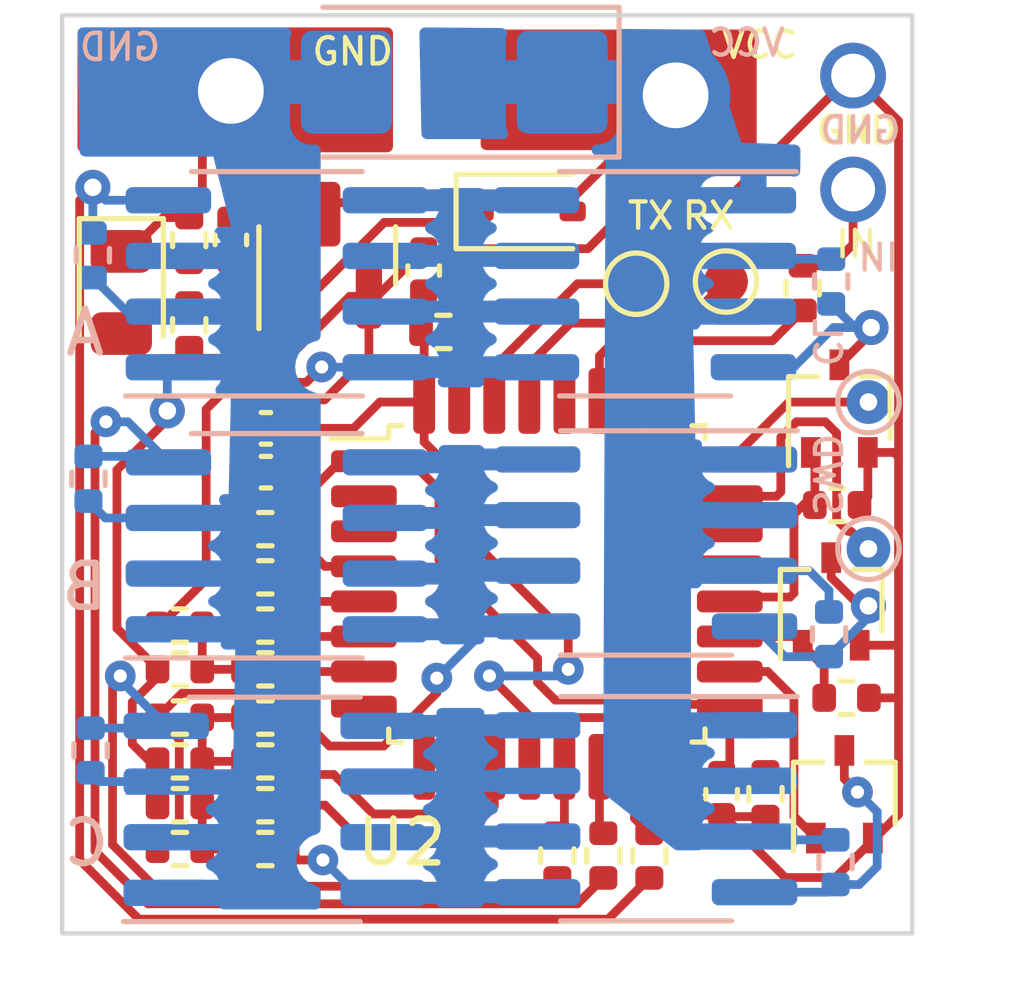
<source format=kicad_pcb>
(kicad_pcb (version 20221018) (generator pcbnew)
  (layers (0 "F.Cu" power) (31 "B.Cu" signal) (34 "B.Paste" user) (35 "F.Paste" user) (36 "B.SilkS" user "B.Silkscreen") (37 "F.SilkS" user "F.Silkscreen") (38 "B.Mask" user) (39 "F.Mask" user) (44 "Edge.Cuts" user))
  (net 0 "")
  (net 1 "VCC")
  (net 2 "GND")
  (net 3 "GNDD")
  (net 4 "+3.3V")
  (net 5 "Net-(D1-K)")
  (net 6 "Net-(D2-A)")
  (net 7 "/OUT_A1")
  (net 8 "Net-(Q1-D)")
  (net 9 "/OUT_B1")
  (net 10 "Net-(Q2-D)")
  (net 11 "/OUT_C1")
  (net 12 "Net-(Q3-D)")
  (net 13 "/Point_A")
  (net 14 "Net-(Q5-G)")
  (net 15 "/Point_B")
  (net 16 "Net-(Q7-G)")
  (net 17 "/Point_C")
  (net 18 "Net-(Q9-G)")
  (net 19 "/PIN_IN")
  (net 20 "Net-(U2-NRST)")
  (net 21 "/ADC_C")
  (net 22 "Net-(R10-Pad1)")
  (net 23 "/ADC_0")
  (net 24 "/ADC_B")
  (net 25 "Net-(R12-Pad1)")
  (net 26 "/ADC_A")
  (net 27 "Net-(R14-Pad1)")
  (net 28 "Net-(U2-BOOT0)")
  (net 29 "Net-(U2-VDDA)")
  (net 30 "/OUT_A0")
  (net 31 "/OUT_B0")
  (net 32 "/OUT_C0")
  (net 33 "/UART_RX")
  (net 34 "/UART_TX")
  (net 35 "/SYS_SWDIO")
  (net 36 "/SYS_SWCLK")
  (net 47 "/PB4")
  (footprint "Resistor_SMD:R_0402_1005Metric" (layer "F.Cu") (at 150.386396 68.35)
    (fp_text reference "R16" hide)
    (fp_text value "100")
  )
  (footprint "Resistor_SMD:R_0402_1005Metric" (layer "F.Cu") (at 163.436396 66.7 180)
    (fp_text reference "R19" hide)
    (fp_text value "10k")
  )
  (footprint "Resistor_SMD:R_0402_1005Metric" (layer "F.Cu") (at 161.8 73.3 90)
    (fp_text reference "R21" hide)
    (fp_text value "10k")
  )
  (footprint "Resistor_SMD:R_0402_1005Metric" (layer "F.Cu") (at 158.1 74.7 -90)
    (fp_text reference "R27" hide)
    (fp_text value "100")
  )
  (footprint "Resistor_SMD:R_0402_1005Metric" (layer "F.Cu") (at 157.05 74.7 -90)
    (fp_text reference "R30" hide)
    (fp_text value "100")
  )
  (footprint "Resistor_SMD:R_0402_1005Metric" (layer "F.Cu") (at 150.386396 72.55 180)
    (fp_text reference "R5" hide)
    (fp_text value "33k")
  )
  (footprint "TestPoint:TestPoint_Pad_D1.0mm" (layer "F.Cu") (at 158.85 61.65)
    (fp_text reference "TP4" hide)
    (fp_text value "TestPoint")
  )
  (footprint "Resistor_SMD:R_0402_1005Metric" (layer "F.Cu") (at 159.15 74.7 -90)
    (fp_text reference "R24" hide)
    (fp_text value "100")
  )
  (footprint "Package_TO_SOT_SMD:SOT-23" (layer "F.Cu") (at 151.8 61 90)
    (fp_text reference "U1" hide)
    (fp_text value "XC6206PxxxMR")
  )
  (footprint "Resistor_SMD:R_0402_1005Metric" (layer "F.Cu") (at 148.65 60.65 90)
    (fp_text reference "R18" hide)
    (fp_text value "0")
  )
  (footprint "Resistor_SMD:R_0402_1005Metric" (layer "F.Cu") (at 150.386396 73.55 180)
    (fp_text reference "R3" hide)
    (fp_text value "33k")
  )
  (footprint "Resistor_SMD:R_0402_1005Metric" (layer "F.Cu") (at 148.436396 69.45 180)
    (fp_text reference "R14" hide)
    (fp_text value "33k")
  )
  (footprint "Resistor_SMD:R_0402_1005Metric" (layer "F.Cu") (at 148.65 62.6 90)
    (fp_text reference "R17" hide)
    (fp_text value "10k")
  )
  (footprint "Resistor_SMD:R_0402_1005Metric" (layer "F.Cu") (at 148.436396 71.55)
    (fp_text reference "R6" hide)
    (fp_text value "33k")
  )
  (footprint "Resistor_SMD:R_0402_1005Metric" (layer "F.Cu") (at 148.436396 70.45 180)
    (fp_text reference "R15" hide)
    (fp_text value "12k")
  )
  (footprint "Capacitor_SMD:C_0402_1005Metric" (layer "F.Cu") (at 150.4 65.95 180)
    (fp_text reference "C4" hide)
    (fp_text value "0.1u")
  )
  (footprint "Resistor_SMD:R_0402_1005Metric" (layer "F.Cu") (at 162.65 61.75 90)
    (fp_text reference "R1" hide)
    (fp_text value "100")
  )
  (footprint "Resistor_SMD:R_0402_1005Metric" (layer "F.Cu") (at 150.386396 69.45 180)
    (fp_text reference "R7" hide)
    (fp_text value "33k")
  )
  (footprint "LED_SMD:LED_0805_2012Metric" (layer "F.Cu") (at 147.1 61.85 -90)
    (fp_text reference "D2" hide)
    (fp_text value "LED")
  )
  (footprint "Resistor_SMD:R_0402_1005Metric" (layer "F.Cu") (at 150.386396 67.25 180)
    (fp_text reference "R2" hide)
    (fp_text value "10k")
  )
  (footprint "Diode_SMD:D_SOD-323" (layer "F.Cu") (at 156.35 60)
    (fp_text reference "D1" hide)
    (fp_text value "BAT48JFILM")
  )
  (footprint "Capacitor_SMD:C_0402_1005Metric" (layer "F.Cu") (at 160.8 73.3 90)
    (fp_text reference "C2" hide)
    (fp_text value "0.1u")
  )
  (footprint "Package_TO_SOT_SMD:SOT-323_SC-70" (layer "F.Cu") (at 163.486396 64.5 90)
    (fp_text reference "Q1" hide)
    (fp_text value "BSS214NW")
  )
  (footprint "Package_TO_SOT_SMD:SOT-323_SC-70" (layer "F.Cu") (at 163.6 73.3 90)
    (fp_text reference "Q3" hide)
    (fp_text value "BSS214NW")
  )
  (footprint "Resistor_SMD:R_0402_1005Metric" (layer "F.Cu") (at 150.386396 74.55)
    (fp_text reference "R10" hide)
    (fp_text value "33k")
  )
  (footprint "Resistor_SMD:R_0402_1005Metric" (layer "F.Cu") (at 148.436396 72.55 180)
    (fp_text reference "R13" hide)
    (fp_text value "12k")
  )
  (footprint "Resistor_SMD:R_0402_1005Metric" (layer "F.Cu") (at 150.386396 71.55)
    (fp_text reference "R12" hide)
    (fp_text value "33k")
  )
  (footprint "Resistor_SMD:R_0402_1005Metric" (layer "F.Cu") (at 148.436396 74.55)
    (fp_text reference "R4" hide)
    (fp_text value "33k")
  )
  (footprint "Resistor_SMD:R_0402_1005Metric" (layer "F.Cu") (at 150.386396 70.45 180)
    (fp_text reference "R8" hide)
    (fp_text value "33k")
  )
  (footprint "Capacitor_SMD:C_0402_1005Metric" (layer "F.Cu") (at 149.6 60.65 -90)
    (fp_text reference "C3" hide)
    (fp_text value "0.1u")
  )
  (footprint "Resistor_SMD:R_0402_1005Metric" (layer "F.Cu") (at 148.436396 73.55 180)
    (fp_text reference "R11" hide)
    (fp_text value "12k")
  )
  (footprint "Resistor_SMD:R_0402_1005Metric" (layer "F.Cu") (at 163.65 71.1 180)
    (fp_text reference "R20" hide)
    (fp_text value "10k")
  )
  (footprint "Package_QFP:LQFP-32_7x7mm_P0.8mm" (layer "F.Cu") (at 156.811396 68.5)
    (fp_text reference "U2")
    (fp_text value "STM32F051K8Tx")
  )
  (footprint "TestPoint:TestPoint_Pad_D1.0mm" (layer "F.Cu") (at 160.9 61.6)
    (fp_text reference "TP3" hide)
    (fp_text value "TestPoint")
  )
  (footprint "Package_TO_SOT_SMD:SOT-323_SC-70" (layer "F.Cu") (at 163.3 68.9 90)
    (fp_text reference "Q2" hide)
    (fp_text value "BSS214NW")
  )
  (footprint "Resistor_SMD:R_0402_1005Metric" (layer "F.Cu") (at 154.45 62.75)
    (fp_text reference "R9" hide)
    (fp_text value "10k")
  )
  (footprint "Capacitor_SMD:C_0402_1005Metric" (layer "F.Cu") (at 154 61.35 -90)
    (fp_text reference "C5" hide)
    (fp_text value "0.1u")
  )
  (footprint "Capacitor_SMD:C_0402_1005Metric" (layer "F.Cu") (at 150.4 64.95 180)
    (fp_text reference "C6" hide)
    (fp_text value "0.1u")
  )
  (footprint "Resistor_SMD:R_0402_1005Metric" (layer "B.Cu") (at 163.3 61.6 90)
    (fp_text reference "R22" hide)
    (fp_text value "470")
  )
  (footprint "TestPoint:TestPoint_Pad_D1.0mm" (layer "B.Cu") (at 164.15 64.35 180)
    (fp_text reference "TP6" hide)
    (fp_text value "TestPoint")
  )
  (footprint "TestPoint:TestPoint_Pad_D1.0mm" (layer "B.Cu") (at 164.15 67.7 180)
    (fp_text reference "TP5" hide)
    (fp_text value "TestPoint")
  )
  (footprint "Resistor_SMD:R_0402_1005Metric" (layer "B.Cu") (at 163.4 74.85 90)
    (fp_text reference "R28" hide)
    (fp_text value "470")
  )
  (footprint "Resistor_SMD:R_0402_1005Metric" (layer "B.Cu") (at 146.35 66.1 90)
    (fp_text reference "R32" hide)
    (fp_text value "10k")
  )
  (footprint "Resistor_SMD:R_0402_1005Metric" (layer "B.Cu") (at 146.45 61 90)
    (fp_text reference "R31" hide)
    (fp_text value "10k")
  )
  (footprint "Package_SO:SOIC-8_3.9x4.9mm_P1.27mm" (layer "B.Cu") (at 159.075 67.565 180)
    (fp_text reference "Q6" hide)
    (fp_text value "AO4407A")
  )
  (footprint "Package_SO:SOIC-8_3.9x4.9mm_P1.27mm" (layer "B.Cu") (at 150.65 67.63)
    (fp_text reference "Q7" hide)
    (fp_text value "AO4406A")
  )
  (footprint "Package_SO:SOIC-8_3.9x4.9mm_P1.27mm" (layer "B.Cu") (at 150.65 61.65)
    (fp_text reference "Q5" hide)
    (fp_text value "AO4406A")
  )
  (footprint "Package_SO:SOIC-8_3.9x4.9mm_P1.27mm" (layer "B.Cu") (at 150.6 73.645)
    (fp_text reference "Q9" hide)
    (fp_text value "AO4406A")
  )
  (footprint "Package_SO:SOIC-8_3.9x4.9mm_P1.27mm" (layer "B.Cu") (at 159.05 61.65 180)
    (fp_text reference "Q4" hide)
    (fp_text value "AO4407A")
  )
  (footprint "Capacitor_Tantalum_SMD:CP_EIA-6032-28_Kemet-C" (layer "B.Cu") (at 154.7 57.05 180)
    (fp_text reference "C1" hide)
    (fp_text value "C_Polarized")
  )
  (footprint "Resistor_SMD:R_0402_1005Metric" (layer "B.Cu") (at 146.4 72.3 90)
    (fp_text reference "R33" hide)
    (fp_text value "10k")
  )
  (footprint "Resistor_SMD:R_0402_1005Metric" (layer "B.Cu") (at 163.25 69.65 90)
    (fp_text reference "R25" hide)
    (fp_text value "470")
  )
  (footprint "Package_SO:SOIC-8_3.9x4.9mm_P1.27mm" (layer "B.Cu") (at 159.075 73.63 180)
    (fp_text reference "Q8" hide)
    (fp_text value "AO4407A")
  )
  (gr_rect (start 145.75 55.525) (end 165.15 76.475) (stroke (width 0.1)) (fill none) (layer "Edge.Cuts"))
  (gr_text "VCC" (at 162.3 56.5) (layer "B.SilkS") (effects (font (size 0.6 0.6) (thickness 0.1) bold) (justify left bottom mirror)))
  (gr_text "C" (at 146.9 75) (layer "B.SilkS") (effects (font (size 1 1)) (justify left bottom mirror)))
  (gr_text "SWD" (at 162.85 67 -90) (layer "B.SilkS") (effects (font (size 0.6 0.6) (thickness 0.1) bold) (justify left bottom mirror)))
  (gr_text "CL" (at 162.85 63.6 270) (layer "B.SilkS") (effects (font (size 0.6 0.6) (thickness 0.1) bold) (justify left bottom mirror)))
  (gr_text "GND" (at 148.05 56.6) (layer "B.SilkS") (effects (font (size 0.6 0.6) (thickness 0.1) bold) (justify left bottom mirror)))
  (gr_text "A" (at 146.8 63.35) (layer "B.SilkS") (effects (font (size 1 1)) (justify left bottom mirror)))
  (gr_text "GND" (at 164.95 58.5) (layer "B.SilkS") (effects (font (size 0.6 0.6) (thickness 0.1) bold) (justify left bottom mirror)))
  (gr_text "B" (at 146.85 69.15) (layer "B.SilkS") (effects (font (size 1 1)) (justify left bottom mirror)))
  (gr_text "IN" (at 164.9 60.65 180) (layer "B.SilkS") (effects (font (size 0.6 0.6) (thickness 0.1) bold) (justify left bottom)))
  (gr_text "VCC" (at 160.75 56.55) (layer "F.SilkS") (effects (font (size 0.6 0.6) (thickness 0.1) bold) (justify left bottom)))
  (gr_text "IN" (at 163.35 61.1) (layer "F.SilkS") (effects (font (size 0.6 0.6) (thickness 0.1) bold) (justify left bottom)))
  (gr_text "GND" (at 162.9 58.5) (layer "F.SilkS") (effects (font (size 0.6 0.6) (thickness 0.1) bold) (justify left bottom)))
  (gr_text "TX" (at 158.6 60.45) (layer "F.SilkS") (effects (font (size 0.6 0.6) (thickness 0.1) bold) (justify left bottom)))
  (gr_text "GND" (at 151.4 56.7) (layer "F.SilkS") (effects (font (size 0.6 0.6) (thickness 0.1) bold) (justify left bottom)))
  (gr_text "RX" (at 159.85 60.45) (layer "F.SilkS") (effects (font (size 0.6 0.6) (thickness 0.1) bold) (justify left bottom)))
  (segment (start 157.4 59.7) (end 157.4 60) (width 0.2) (layer "F.Cu") (net 1))
  (segment (start 159.75 57.35) (end 157.4 59.7) (width 0.2) (layer "F.Cu") (net 1))
  (via (at 159.75 57.35) (size 2.5) (drill 1.5) (layers "F.Cu" "B.Cu") (net 1))
  (segment (start 163.25 68.65) (end 162.8 68.2) (width 0.2) (layer "B.Cu") (net 1))
  (segment (start 162.8 68.2) (end 161.55 68.2) (width 0.2) (layer "B.Cu") (net 1))
  (segment (start 163.3 61.09) (end 161.6 61.09) (width 0.2) (layer "B.Cu") (net 1))
  (segment (start 163.4 74.34) (end 161.625 74.34) (width 0.2) (layer "B.Cu") (net 1))
  (segment (start 161.625 74.34) (end 161.55 74.265) (width 0.2) (layer "B.Cu") (net 1))
  (segment (start 161.6 61.09) (end 161.525 61.015) (width 0.2) (layer "B.Cu") (net 1))
  (segment (start 163.25 69.14) (end 163.25 68.65) (width 0.2) (layer "B.Cu") (net 1))
  (segment (start 148.15 64.75) (end 148.15 64.55) (width 0.2) (layer "F.Cu") (net 2))
  (segment (start 147.926396 72.55) (end 147.75 72.55) (width 0.2) (layer "F.Cu") (net 2))
  (segment (start 147.1 60.9125) (end 147.2875 60.9125) (width 0.2) (layer "F.Cu") (net 2))
  (segment (start 147.35 72.15) (end 147.35 71.2) (width 0.2) (layer "F.Cu") (net 2))
  (segment (start 147.926396 70.438198) (end 147 69.511802) (width 0.2) (layer "F.Cu") (net 2))
  (segment (start 147 69.511802) (end 147 65.9) (width 0.2) (layer "F.Cu") (net 2))
  (segment (start 148.95 59.84) (end 148.65 60.14) (width 0.2) (layer "F.Cu") (net 2))
  (segment (start 149.6 57.25) (end 148.95 57.9) (width 0.2) (layer "F.Cu") (net 2))
  (segment (start 148.06 60.14) (end 148.65 60.14) (width 0.2) (layer "F.Cu") (net 2))
  (segment (start 147.2875 60.9125) (end 148.06 60.14) (width 0.2) (layer "F.Cu") (net 2))
  (segment (start 147.75 72.55) (end 147.35 72.15) (width 0.2) (layer "F.Cu") (net 2))
  (segment (start 147 65.9) (end 148.15 64.75) (width 0.2) (layer "F.Cu") (net 2))
  (segment (start 147.926396 70.623604) (end 147.926396 70.45) (width 0.2) (layer "F.Cu") (net 2))
  (segment (start 148.95 57.9) (end 148.95 59.84) (width 0.2) (layer "F.Cu") (net 2))
  (segment (start 147.35 71.2) (end 147.926396 70.623604) (width 0.2) (layer "F.Cu") (net 2))
  (segment (start 147.926396 70.45) (end 147.926396 70.438198) (width 0.2) (layer "F.Cu") (net 2))
  (segment (start 147.926396 72.55) (end 147.926396 73.55) (width 0.127) (layer "F.Cu") (net 2))
  (via (at 149.6 57.25) (size 2.5) (drill 1.5) (layers "F.Cu" "B.Cu") (net 2))
  (via (at 148.15 64.55) (size 0.8) (drill 0.4) (layers "F.Cu" "B.Cu") (net 2))
  (segment (start 148.125 73.01) (end 146.6 73.01) (width 0.2) (layer "B.Cu") (net 2))
  (segment (start 148.15 63.58) (end 148.175 63.555) (width 0.2) (layer "B.Cu") (net 2))
  (segment (start 146.45 61.51) (end 147.225 62.285) (width 0.2) (layer "B.Cu") (net 2))
  (segment (start 146.6 73.01) (end 146.4 72.81) (width 0.2) (layer "B.Cu") (net 2))
  (segment (start 148.175 66.995) (end 146.735 66.995) (width 0.2) (layer "B.Cu") (net 2))
  (segment (start 148.15 64.55) (end 148.15 63.58) (width 0.2) (layer "B.Cu") (net 2))
  (segment (start 146.735 66.995) (end 146.35 66.61) (width 0.2) (layer "B.Cu") (net 2))
  (segment (start 147.225 62.285) (end 148.175 62.285) (width 0.2) (layer "B.Cu") (net 2))
  (segment (start 159.611396 73.55) (end 159.611396 72.675) (width 0.2) (layer "F.Cu") (net 3))
  (segment (start 163.95 69.9) (end 164.836396 69.9) (width 0.2) (layer "F.Cu") (net 3))
  (segment (start 153.986396 64.35) (end 154.011396 64.325) (width 0.2) (layer "F.Cu") (net 3))
  (segment (start 154.65 60.25) (end 153.1 60.25) (width 0.2) (layer "F.Cu") (net 3))
  (segment (start 150.0425 61.13) (end 150.85 61.9375) (width 0.2) (layer "F.Cu") (net 3))
  (segment (start 159.841396 73.78) (end 159.611396 73.55) (width 0.2) (layer "F.Cu") (net 3))
  (segment (start 164.736396 65.5) (end 164.836396 65.6) (width 0.2) (layer "F.Cu") (net 3))
  (segment (start 162.25 75.2) (end 160.961396 73.911396) (width 0.2) (layer "F.Cu") (net 3))
  (segment (start 153 64.35) (end 153.986396 64.35) (width 0.2) (layer "F.Cu") (net 3))
  (segment (start 155.5 70.6) (end 156.45 71.55) (width 0.2) (layer "F.Cu") (net 3))
  (segment (start 148.65 61.16) (end 149.57 61.16) (width 0.2) (layer "F.Cu") (net 3))
  (segment (start 159.35 71.55) (end 159.611396 71.811396) (width 0.2) (layer "F.Cu") (net 3))
  (segment (start 163.8 56.9) (end 163.75 56.9) (width 0.2) (layer "F.Cu") (net 3))
  (segment (start 154.95 60.85) (end 154.65 60.55) (width 0.2) (layer "F.Cu") (net 3))
  (segment (start 160.961396 73.911396) (end 160.961396 73.78) (width 0.2) (layer "F.Cu") (net 3))
  (segment (start 154.011396 64.325) (end 154.011396 62.821396) (width 0.2) (layer "F.Cu") (net 3))
  (segment (start 163.946396 66.7) (end 164.136396 66.51) (width 0.2) (layer "F.Cu") (net 3))
  (segment (start 152.4 64.95) (end 153 64.35) (width 0.2) (layer "F.Cu") (net 3))
  (segment (start 163.4 75.2) (end 162.25 75.2) (width 0.2) (layer "F.Cu") (net 3))
  (segment (start 161.8 73.81) (end 160.83 73.81) (width 0.2) (layer "F.Cu") (net 3))
  (segment (start 149.6 61.13) (end 150.0425 61.13) (width 0.2) (layer "F.Cu") (net 3))
  (segment (start 154.65 61.18) (end 154 61.83) (width 0.2) (layer "F.Cu") (net 3))
  (segment (start 150.88 64.95) (end 152.4 64.95) (width 0.2) (layer "F.Cu") (net 3))
  (segment (start 164.836396 73.763604) (end 163.4 75.2) (width 0.2) (layer "F.Cu") (net 3))
  (segment (start 157.3 69.7) (end 154.8 67.2) (width 0.2) (layer "F.Cu") (net 3))
  (segment (start 164.836396 69.9) (end 164.836396 71.1) (width 0.2) (layer "F.Cu") (net 3))
  (segment (start 154.8 67.2) (end 154.8 66.05) (width 0.2) (layer "F.Cu") (net 3))
  (segment (start 154.011396 65.261396) (end 154.011396 64.325) (width 0.2) (layer "F.Cu") (net 3))
  (segment (start 154 61.83) (end 154 62.69) (width 0.2) (layer "F.Cu") (net 3))
  (segment (start 164.836396 71.1) (end 164.836396 73.763604) (width 0.2) (layer "F.Cu") (net 3))
  (segment (start 164.836396 65.6) (end 164.836396 69.9) (width 0.2) (layer "F.Cu") (net 3))
  (segment (start 164.136396 66.51) (end 164.136396 65.5) (width 0.2) (layer "F.Cu") (net 3))
  (segment (start 163.75 56.9) (end 160.8 59.85) (width 0.2) (layer "F.Cu") (net 3))
  (segment (start 149.57 61.16) (end 149.6 61.13) (width 0.2) (layer "F.Cu") (net 3))
  (segment (start 163.8 56.9) (end 164.836396 57.936396) (width 0.2) (layer "F.Cu") (net 3))
  (segment (start 159.611396 71.811396) (end 159.611396 72.675) (width 0.2) (layer "F.Cu") (net 3))
  (segment (start 154.65 60.55) (end 154.65 60.25) (width 0.2) (layer "F.Cu") (net 3))
  (segment (start 157.75 60.85) (end 154.95 60.85) (width 0.2) (layer "F.Cu") (net 3))
  (segment (start 153.1 60.25) (end 151.4125 61.9375) (width 0.2) (layer "F.Cu") (net 3))
  (segment (start 160.961396 73.78) (end 159.841396 73.78) (width 0.2) (layer "F.Cu") (net 3))
  (segment (start 164.836396 57.936396) (end 164.836396 65.6) (width 0.2) (layer "F.Cu") (net 3))
  (segment (start 156.45 71.55) (end 159.35 71.55) (width 0.2) (layer "F.Cu") (net 3))
  (segment (start 154.8 66.05) (end 154.011396 65.261396) (width 0.2) (layer "F.Cu") (net 3))
  (segment (start 158.75 59.85) (end 157.75 60.85) (width 0.2) (layer "F.Cu") (net 3))
  (segment (start 160.8 59.85) (end 158.75 59.85) (width 0.2) (layer "F.Cu") (net 3))
  (segment (start 154.65 60.25) (end 154.65 61.18) (width 0.2) (layer "F.Cu") (net 3))
  (segment (start 160.83 73.81) (end 160.8 73.78) (width 0.2) (layer "F.Cu") (net 3))
  (segment (start 154.011396 62.821396) (end 153.94 62.75) (width 0.2) (layer "F.Cu") (net 3))
  (segment (start 150.88 65.95) (end 150.88 64.95) (width 0.2) (layer "F.Cu") (net 3))
  (segment (start 151.4125 61.9375) (end 150.85 61.9375) (width 0.2) (layer "F.Cu") (net 3))
  (segment (start 164.136396 65.5) (end 164.736396 65.5) (width 0.2) (layer "F.Cu") (net 3))
  (segment (start 164.16 71.1) (end 164.836396 71.1) (width 0.2) (layer "F.Cu") (net 3))
  (segment (start 157.3 70.45) (end 157.3 69.7) (width 0.2) (layer "F.Cu") (net 3))
  (segment (start 154 62.69) (end 153.94 62.75) (width 0.2) (layer "F.Cu") (net 3))
  (via (at 155.5 70.6) (size 0.7) (drill 0.3) (layers "F.Cu" "B.Cu") (net 3))
  (via (at 157.3 70.45) (size 0.7) (drill 0.3) (layers "F.Cu" "B.Cu") (net 3))
  (via (at 163.8 56.9) (size 1.5) (drill 1) (layers "F.Cu" "B.Cu") (net 3))
  (segment (start 157.15 70.6) (end 155.5 70.6) (width 0.2) (layer "B.Cu") (net 3))
  (segment (start 157.3 70.45) (end 157.15 70.6) (width 0.2) (layer "B.Cu") (net 3))
  (segment (start 152.75 63.288898) (end 151.738898 64.3) (width 0.2) (layer "F.Cu") (net 4))
  (segment (start 152.1 65.7) (end 151.2 66.6) (width 0.2) (layer "F.Cu") (net 4))
  (segment (start 152.636396 65.7) (end 153.7 65.7) (width 0.2) (layer "F.Cu") (net 4))
  (segment (start 154.35 67.95) (end 156.6 70.2) (width 0.2) (layer "F.Cu") (net 4))
  (segment (start 151.2 66.6) (end 149.876396 66.6) (width 0.2) (layer "F.Cu") (net 4))
  (segment (start 152.75 61.9375) (end 152.9325 61.9375) (width 0.2) (layer "F.Cu") (net 4))
  (segment (start 149.876396 68.35) (end 149.876396 66.6) (width 0.2) (layer "F.Cu") (net 4))
  (segment (start 160.986396 71.3) (end 160.986396 73.05) (width 0.2) (layer "F.Cu") (net 4))
  (segment (start 149.876396 66.6) (end 149.876396 64.993604) (width 0.2) (layer "F.Cu") (net 4))
  (segment (start 156.6 70.75) (end 157 71.15) (width 0.2) (layer "F.Cu") (net 4))
  (segment (start 152.636396 65.7) (end 152.1 65.7) (width 0.2) (layer "F.Cu") (net 4))
  (segment (start 153.7 65.7) (end 154.35 66.35) (width 0.2) (layer "F.Cu") (net 4))
  (segment (start 149.876396 64.993604) (end 149.92 64.95) (width 0.2) (layer "F.Cu") (net 4))
  (segment (start 159.7 71.15) (end 159.8 71.25) (width 0.2) (layer "F.Cu") (net 4))
  (segment (start 156.6 70.2) (end 156.6 70.75) (width 0.2) (layer "F.Cu") (net 4))
  (segment (start 152.75 61.9375) (end 152.3125 61.9375) (width 0.2) (layer "F.Cu") (net 4))
  (segment (start 148.89 63.35) (end 148.65 63.11) (width 0.2) (layer "F.Cu") (net 4))
  (segment (start 160.936396 71.25) (end 160.986396 71.3) (width 0.2) (layer "F.Cu") (net 4))
  (segment (start 151.738898 64.3) (end 150.57 64.3) (width 0.2) (layer "F.Cu") (net 4))
  (segment (start 152.9325 61.9375) (end 154 60.87) (width 0.2) (layer "F.Cu") (net 4))
  (segment (start 150.57 64.3) (end 149.92 64.95) (width 0.2) (layer "F.Cu") (net 4))
  (segment (start 152.75 61.9375) (end 152.75 63.288898) (width 0.2) (layer "F.Cu") (net 4))
  (segment (start 157 71.15) (end 159.7 71.15) (width 0.2) (layer "F.Cu") (net 4))
  (segment (start 159.8 71.25) (end 160.936396 71.25) (width 0.2) (layer "F.Cu") (net 4))
  (segment (start 160.986396 73.05) (end 160.961396 73.075) (width 0.2) (layer "F.Cu") (net 4))
  (segment (start 154.35 66.35) (end 154.35 67.95) (width 0.2) (layer "F.Cu") (net 4))
  (segment (start 152.3125 61.9375) (end 150.9 63.35) (width 0.2) (layer "F.Cu") (net 4))
  (segment (start 150.9 63.35) (end 148.89 63.35) (width 0.2) (layer "F.Cu") (net 4))
  (segment (start 152.0625 59.8) (end 151.8 60.0625) (width 0.2) (layer "F.Cu") (net 5))
  (segment (start 149.7075 60.0625) (end 149.6 60.17) (width 0.2) (layer "F.Cu") (net 5))
  (segment (start 155.3 60) (end 155.1 59.8) (width 0.2) (layer "F.Cu") (net 5))
  (segment (start 155.1 59.8) (end 152.0625 59.8) (width 0.2) (layer "F.Cu") (net 5))
  (segment (start 151.8 60.0625) (end 149.7075 60.0625) (width 0.2) (layer "F.Cu") (net 5))
  (segment (start 147.7975 62.09) (end 147.1 62.7875) (width 0.2) (layer "F.Cu") (net 6))
  (segment (start 148.65 62.09) (end 147.7975 62.09) (width 0.2) (layer "F.Cu") (net 6))
  (segment (start 162.45 68.711396) (end 162.45 66.911396) (width 0.2) (layer "F.Cu") (net 7))
  (segment (start 162.45 66.911396) (end 162.811396 66.55) (width 0.2) (layer "F.Cu") (net 7))
  (segment (start 161.572792 68.9) (end 161.672792 68.8) (width 0.2) (layer "F.Cu") (net 7))
  (segment (start 162.361396 68.8) (end 162.45 68.711396) (width 0.2) (layer "F.Cu") (net 7))
  (segment (start 161.672792 68.8) (end 162.361396 68.8) (width 0.2) (layer "F.Cu") (net 7))
  (segment (start 162.926396 65.59) (end 162.836396 65.5) (width 0.2) (layer "F.Cu") (net 7))
  (segment (start 162.926396 66.7) (end 162.926396 65.59) (width 0.2) (layer "F.Cu") (net 7))
  (segment (start 160.986396 68.9) (end 161.572792 68.9) (width 0.2) (layer "F.Cu") (net 7))
  (segment (start 164.209896 62.7765) (end 163.486396 63.5) (width 0.2) (layer "F.Cu") (net 8))
  (segment (start 164.209896 62.65) (end 164.209896 62.7765) (width 0.2) (layer "F.Cu") (net 8))
  (via (at 164.209896 62.65) (size 0.8) (drill 0.4) (layers "F.Cu" "B.Cu") (net 8))
  (segment (start 163.35 62.65) (end 164.209896 62.65) (width 0.2) (layer "B.Cu") (net 8))
  (segment (start 161.525 63.555) (end 162.445 63.555) (width 0.2) (layer "B.Cu") (net 8))
  (segment (start 162.445 63.555) (end 163.35 62.65) (width 0.2) (layer "B.Cu") (net 8))
  (segment (start 164.209896 62.65) (end 163.84 62.65) (width 0.2) (layer "B.Cu") (net 8))
  (segment (start 163.84 62.65) (end 163.3 62.11) (width 0.2) (layer "B.Cu") (net 8))
  (segment (start 162.45 69.7) (end 162.65 69.9) (width 0.2) (layer "F.Cu") (net 9))
  (segment (start 163.14 70.39) (end 163.14 71.1) (width 0.2) (layer "F.Cu") (net 9))
  (segment (start 162.65 69.9) (end 163.14 70.39) (width 0.2) (layer "F.Cu") (net 9))
  (segment (start 160.986396 69.7) (end 162.45 69.7) (width 0.2) (layer "F.Cu") (net 9))
  (segment (start 163.3 67.9) (end 163.3 68.35) (width 0.2) (layer "F.Cu") (net 10))
  (segment (start 163.95 69) (end 164.15 69) (width 0.2) (layer "F.Cu") (net 10))
  (segment (start 163.3 68.35) (end 163.95 69) (width 0.2) (layer "F.Cu") (net 10))
  (via (at 164.15 69) (size 0.8) (drill 0.4) (layers "F.Cu" "B.Cu") (net 10))
  (segment (start 163.25 70.16) (end 162.24 70.16) (width 0.2) (layer "B.Cu") (net 10))
  (segment (start 164.15 69) (end 164.15 69.26) (width 0.2) (layer "B.Cu") (net 10))
  (segment (start 162.24 70.16) (end 161.55 69.47) (width 0.2) (layer "B.Cu") (net 10))
  (segment (start 164.15 69.26) (end 163.25 70.16) (width 0.2) (layer "B.Cu") (net 10))
  (segment (start 160.986396 70.5) (end 161.85 70.5) (width 0.2) (layer "F.Cu") (net 11))
  (segment (start 162.41 72.79) (end 162.45 72.75) (width 0.2) (layer "F.Cu") (net 11))
  (segment (start 161.8 72.79) (end 162.41 72.79) (width 0.2) (layer "F.Cu") (net 11))
  (segment (start 162.45 72.75) (end 162.45 73.8) (width 0.2) (layer "F.Cu") (net 11))
  (segment (start 162.45 71.1) (end 162.45 72.75) (width 0.2) (layer "F.Cu") (net 11))
  (segment (start 162.45 73.8) (end 162.95 74.3) (width 0.2) (layer "F.Cu") (net 11))
  (segment (start 161.85 70.5) (end 162.45 71.1) (width 0.2) (layer "F.Cu") (net 11))
  (segment (start 163.6 72.95) (end 163.6 72.3) (width 0.2) (layer "F.Cu") (net 12))
  (segment (start 163.9 73.25) (end 163.6 72.95) (width 0.2) (layer "F.Cu") (net 12))
  (via (at 163.9 73.25) (size 0.7) (drill 0.3) (layers "F.Cu" "B.Cu") (net 12))
  (segment (start 163.225 75.535) (end 163.4 75.36) (width 0.2) (layer "B.Cu") (net 12))
  (segment (start 161.55 75.535) (end 163.225 75.535) (width 0.2) (layer "B.Cu") (net 12))
  (segment (start 163.4 75.36) (end 163.94 75.36) (width 0.2) (layer "B.Cu") (net 12))
  (segment (start 163.94 75.36) (end 164.35 74.95) (width 0.2) (layer "B.Cu") (net 12))
  (segment (start 164.35 74.95) (end 164.35 73.7) (width 0.2) (layer "B.Cu") (net 12))
  (segment (start 164.35 73.7) (end 163.9 73.25) (width 0.2) (layer "B.Cu") (net 12))
  (segment (start 149.036396 64.513604) (end 149.65 63.9) (width 0.2) (layer "F.Cu") (net 13))
  (segment (start 147.926396 69.45) (end 147.986396 69.45) (width 0.2) (layer "F.Cu") (net 13))
  (segment (start 151.322896 63.9) (end 151.672896 63.55) (width 0.2) (layer "F.Cu") (net 13))
  (segment (start 149.65 63.9) (end 151.322896 63.9) (width 0.2) (layer "F.Cu") (net 13))
  (segment (start 147.986396 69.45) (end 149.036396 68.4) (width 0.2) (layer "F.Cu") (net 13))
  (segment (start 149.036396 68.4) (end 149.036396 64.513604) (width 0.2) (layer "F.Cu") (net 13))
  (via (at 151.672896 63.55) (size 0.7) (drill 0.3) (layers "F.Cu" "B.Cu") (net 13))
  (segment (start 151.672896 63.55) (end 151.677896 63.555) (width 0.2) (layer "B.Cu") (net 13))
  (segment (start 151.677896 63.555) (end 153.125 63.555) (width 0.2) (layer "B.Cu") (net 13))
  (segment (start 146.15 59.75) (end 146.15 74.8) (width 0.2) (layer "F.Cu") (net 14))
  (segment (start 146.45 59.45) (end 146.15 59.75) (width 0.2) (layer "F.Cu") (net 14))
  (segment (start 147.5 76.15) (end 158.21 76.15) (width 0.2) (layer "F.Cu") (net 14))
  (segment (start 146.15 74.8) (end 147.5 76.15) (width 0.2) (layer "F.Cu") (net 14))
  (segment (start 158.21 76.15) (end 159.15 75.21) (width 0.2) (layer "F.Cu") (net 14))
  (via (at 146.45 59.45) (size 0.8) (drill 0.4) (layers "F.Cu" "B.Cu") (net 14))
  (segment (start 146.745 59.745) (end 148.175 59.745) (width 0.2) (layer "B.Cu") (net 14))
  (segment (start 146.45 59.45) (end 146.45 60.49) (width 0.2) (layer "B.Cu") (net 14))
  (segment (start 146.45 59.45) (end 146.745 59.745) (width 0.2) (layer "B.Cu") (net 14))
  (segment (start 151.2 71.55) (end 150.896396 71.55) (width 0.2) (layer "F.Cu") (net 15))
  (segment (start 153.087437 72.2) (end 151.85 72.2) (width 0.2) (layer "F.Cu") (net 15))
  (segment (start 154.3 70.65) (end 154.3 70.987437) (width 0.2) (layer "F.Cu") (net 15))
  (segment (start 151.85 72.2) (end 151.2 71.55) (width 0.2) (layer "F.Cu") (net 15))
  (segment (start 154.3 70.987437) (end 153.087437 72.2) (width 0.2) (layer "F.Cu") (net 15))
  (via (at 154.3 70.65) (size 0.7) (drill 0.3) (layers "F.Cu" "B.Cu") (net 15))
  (segment (start 156.6 69.47) (end 156.535 69.535) (width 0.2) (layer "B.Cu") (net 15))
  (segment (start 154.3 70.65) (end 155.48 69.47) (width 0.2) (layer "B.Cu") (net 15))
  (segment (start 155.48 69.47) (end 156.6 69.47) (width 0.2) (layer "B.Cu") (net 15))
  (segment (start 146.5 74.593776) (end 147.706224 75.8) (width 0.2) (layer "F.Cu") (net 16))
  (segment (start 147.706224 75.8) (end 157.51 75.8) (width 0.2) (layer "F.Cu") (net 16))
  (segment (start 157.51 75.8) (end 158.1 75.21) (width 0.2) (layer "F.Cu") (net 16))
  (segment (start 146.75 64.8) (end 146.5 65.05) (width 0.2) (layer "F.Cu") (net 16))
  (segment (start 146.5 65.05) (end 146.5 74.593776) (width 0.2) (layer "F.Cu") (net 16))
  (via (at 146.75 64.8) (size 0.7) (drill 0.3) (layers "F.Cu" "B.Cu") (net 16))
  (segment (start 146.75 64.8) (end 147.25 64.8) (width 0.2) (layer "B.Cu") (net 16))
  (segment (start 146.35 65.59) (end 148.04 65.59) (width 0.2) (layer "B.Cu") (net 16))
  (segment (start 147.25 64.8) (end 148.175 65.725) (width 0.2) (layer "B.Cu") (net 16))
  (segment (start 148.04 65.59) (end 148.175 65.725) (width 0.2) (layer "B.Cu") (net 16))
  (segment (start 151.146396 74.8) (end 150.896396 74.55) (width 0.2) (layer "F.Cu") (net 17))
  (segment (start 151.7 74.8) (end 151.146396 74.8) (width 0.2) (layer "F.Cu") (net 17))
  (via (at 151.7 74.8) (size 0.7) (drill 0.3) (layers "F.Cu" "B.Cu") (net 17))
  (segment (start 152.45 75.55) (end 153.075 75.55) (width 0.2) (layer "B.Cu") (net 17))
  (segment (start 151.7 74.8) (end 152.45 75.55) (width 0.2) (layer "B.Cu") (net 17))
  (segment (start 147.0765 70.6) (end 146.9 70.7765) (width 0.2) (layer "F.Cu") (net 18))
  (segment (start 156.86 75.4) (end 157.05 75.21) (width 0.2) (layer "F.Cu") (net 18))
  (segment (start 146.9 70.7765) (end 146.9 74.45) (width 0.2) (layer "F.Cu") (net 18))
  (segment (start 146.9 74.45) (end 147.85 75.4) (width 0.2) (layer "F.Cu") (net 18))
  (segment (start 147.85 75.4) (end 156.86 75.4) (width 0.2) (layer "F.Cu") (net 18))
  (via (at 147.0765 70.6) (size 0.7) (drill 0.3) (layers "F.Cu" "B.Cu") (net 18))
  (segment (start 146.4 71.79) (end 148.075 71.79) (width 0.2) (layer "B.Cu") (net 18))
  (segment (start 148.075 71.79) (end 148.125 71.74) (width 0.2) (layer "B.Cu") (net 18))
  (segment (start 147.0765 70.6) (end 147.0765 70.6915) (width 0.2) (layer "B.Cu") (net 18))
  (segment (start 147.0765 70.6915) (end 148.125 71.74) (width 0.2) (layer "B.Cu") (net 18))
  (segment (start 163.8 60.75) (end 163.31 61.24) (width 0.2) (layer "F.Cu") (net 19))
  (segment (start 163.31 61.24) (end 162.65 61.24) (width 0.2) (layer "F.Cu") (net 19))
  (segment (start 163.8 59.5) (end 163.8 60.75) (width 0.2) (layer "F.Cu") (net 19))
  (via (at 163.8 59.5) (size 1.5) (drill 1) (layers "F.Cu" "B.Cu") (net 19))
  (segment (start 152.636396 68.1) (end 151.746396 68.1) (width 0.2) (layer "F.Cu") (net 20))
  (segment (start 151.746396 68.1) (end 150.896396 67.25) (width 0.2) (layer "F.Cu") (net 20))
  (segment (start 150.896396 73.55) (end 151.75 73.55) (width 0.2) (layer "F.Cu") (net 21))
  (segment (start 151.75 73.55) (end 152.45 74.25) (width 0.2) (layer "F.Cu") (net 21))
  (segment (start 155.611396 73.575) (end 155.611396 72.675) (width 0.2) (layer "F.Cu") (net 21))
  (segment (start 154.936396 74.25) (end 155.611396 73.575) (width 0.2) (layer "F.Cu") (net 21))
  (segment (start 152.45 74.25) (end 154.936396 74.25) (width 0.2) (layer "F.Cu") (net 21))
  (segment (start 148.946396 74.55) (end 149.876396 74.55) (width 0.2) (layer "F.Cu") (net 22))
  (segment (start 149.876396 73.55) (end 148.946396 73.55) (width 0.2) (layer "F.Cu") (net 22))
  (segment (start 149.876396 74.55) (end 149.876396 73.55) (width 0.2) (layer "F.Cu") (net 22))
  (segment (start 148.946396 73.55) (end 148.946396 74.55) (width 0.2) (layer "F.Cu") (net 22))
  (segment (start 150.349396 70.997) (end 150.896396 70.45) (width 0.2) (layer "F.Cu") (net 23))
  (segment (start 147.926396 71.55) (end 148.479396 70.997) (width 0.2) (layer "F.Cu") (net 23))
  (segment (start 147.926396 74.55) (end 148.423396 74.053) (width 0.2) (layer "F.Cu") (net 23))
  (segment (start 148.423396 74.053) (end 148.423396 72.047) (width 0.2) (layer "F.Cu") (net 23))
  (segment (start 152.636396 70.5) (end 150.946396 70.5) (width 0.2) (layer "F.Cu") (net 23))
  (segment (start 148.479396 70.997) (end 150.349396 70.997) (width 0.2) (layer "F.Cu") (net 23))
  (segment (start 148.423396 72.047) (end 147.926396 71.55) (width 0.2) (layer "F.Cu") (net 23))
  (segment (start 150.946396 70.5) (end 150.896396 70.45) (width 0.2) (layer "F.Cu") (net 23))
  (segment (start 152.85 73.75) (end 154.45 73.75) (width 0.2) (layer "F.Cu") (net 24))
  (segment (start 151.196396 72.85) (end 151.95 72.85) (width 0.2) (layer "F.Cu") (net 24))
  (segment (start 154.45 73.75) (end 154.811396 73.388604) (width 0.2) (layer "F.Cu") (net 24))
  (segment (start 154.811396 73.388604) (end 154.811396 72.675) (width 0.2) (layer "F.Cu") (net 24))
  (segment (start 151.95 72.85) (end 152.85 73.75) (width 0.2) (layer "F.Cu") (net 24))
  (segment (start 150.896396 72.55) (end 151.196396 72.85) (width 0.2) (layer "F.Cu") (net 24))
  (segment (start 148.946396 71.55) (end 149.876396 71.55) (width 0.2) (layer "F.Cu") (net 25))
  (segment (start 148.946396 72.55) (end 148.946396 71.55) (width 0.2) (layer "F.Cu") (net 25))
  (segment (start 149.876396 72.55) (end 148.946396 72.55) (width 0.2) (layer "F.Cu") (net 25))
  (segment (start 149.876396 71.55) (end 149.876396 72.55) (width 0.2) (layer "F.Cu") (net 25))
  (segment (start 151.146396 69.7) (end 150.896396 69.45) (width 0.2) (layer "F.Cu") (net 26))
  (segment (start 152.636396 69.7) (end 151.146396 69.7) (width 0.2) (layer "F.Cu") (net 26))
  (segment (start 148.946396 70.45) (end 148.946396 69.45) (width 0.2) (layer "F.Cu") (net 27))
  (segment (start 149.876396 70.45) (end 148.946396 70.45) (width 0.2) (layer "F.Cu") (net 27))
  (segment (start 148.946396 69.45) (end 149.876396 69.45) (width 0.2) (layer "F.Cu") (net 27))
  (segment (start 149.876396 69.45) (end 149.876396 70.45) (width 0.2) (layer "F.Cu") (net 27))
  (segment (start 154.811396 64.325) (end 154.811396 62.898604) (width 0.2) (layer "F.Cu") (net 28))
  (segment (start 154.811396 62.898604) (end 154.96 62.75) (width 0.2) (layer "F.Cu") (net 28))
  (segment (start 151.446396 68.9) (end 150.896396 68.35) (width 0.2) (layer "F.Cu") (net 29))
  (segment (start 152.636396 68.9) (end 151.446396 68.9) (width 0.2) (layer "F.Cu") (net 29))
  (segment (start 158.811396 73.851396) (end 159.15 74.19) (width 0.2) (layer "F.Cu") (net 30))
  (segment (start 158.811396 72.675) (end 158.811396 73.851396) (width 0.2) (layer "F.Cu") (net 30))
  (segment (start 158.011396 72.675) (end 158.011396 74.101396) (width 0.2) (layer "F.Cu") (net 31))
  (segment (start 158.011396 74.101396) (end 158.1 74.19) (width 0.2) (layer "F.Cu") (net 31))
  (segment (start 157.211396 72.675) (end 157.211396 74.028604) (width 0.2) (layer "F.Cu") (net 32))
  (segment (start 157.211396 74.028604) (end 157.05 74.19) (width 0.2) (layer "F.Cu") (net 32))
  (segment (start 159.95 62.55) (end 160.9 61.6) (width 0.2) (layer "F.Cu") (net 33))
  (segment (start 156.411396 64.325) (end 156.411396 63.488604) (width 0.2) (layer "F.Cu") (net 33))
  (segment (start 157.35 62.55) (end 159.95 62.55) (width 0.2) (layer "F.Cu") (net 33))
  (segment (start 156.411396 63.488604) (end 157.35 62.55) (width 0.2) (layer "F.Cu") (net 33))
  (segment (start 157.511396 61.65) (end 158.85 61.65) (width 0.2) (layer "F.Cu") (net 34))
  (segment (start 155.611396 64.325) (end 155.611396 63.55) (width 0.2) (layer "F.Cu") (net 34))
  (segment (start 155.611396 63.55) (end 157.511396 61.65) (width 0.2) (layer "F.Cu") (net 34))
  (segment (start 162.15 66.4) (end 162.05 66.5) (width 0.2) (layer "F.Cu") (net 35))
  (segment (start 164.15 67.7) (end 163.75 67.3) (width 0.2) (layer "F.Cu") (net 35))
  (segment (start 163.75 67.3) (end 163.688451 67.3) (width 0.2) (layer "F.Cu") (net 35))
  (segment (start 163.165396 64.8) (end 162.507396 64.8) (width 0.2) (layer "F.Cu") (net 35))
  (segment (start 163.688451 67.3) (end 163.423396 67.034945) (width 0.2) (layer "F.Cu") (net 35))
  (segment (start 162.15 65.157396) (end 162.15 66.4) (width 0.2) (layer "F.Cu") (net 35))
  (segment (start 163.423396 65.058) (end 163.165396 64.8) (width 0.2) (layer "F.Cu") (net 35))
  (segment (start 162.05 66.5) (end 160.986396 66.5) (width 0.2) (layer "F.Cu") (net 35))
  (segment (start 163.423396 67.034945) (end 163.423396 65.058) (width 0.2) (layer "F.Cu") (net 35))
  (segment (start 162.507396 64.8) (end 162.15 65.157396) (width 0.2) (layer "F.Cu") (net 35))
  (via (at 164.15 67.7) (size 0.8) (drill 0.4) (layers "F.Cu" "B.Cu") (net 35))
  (segment (start 162.336396 64.35) (end 160.986396 65.7) (width 0.2) (layer "F.Cu") (net 36))
  (segment (start 164.15 64.35) (end 162.336396 64.35) (width 0.2) (layer "F.Cu") (net 36))
  (via (at 164.15 64.35) (size 0.8) (drill 0.4) (layers "F.Cu" "B.Cu") (net 36))
  (segment (start 158.011396 64.325) (end 158.011396 63.3) (width 0.2) (layer "F.Cu") (net 47))
  (segment (start 161.96 62.95) (end 162.65 62.26) (width 0.2) (layer "F.Cu") (net 47))
  (segment (start 158.011396 63.3) (end 158.361396 62.95) (width 0.2) (layer "F.Cu") (net 47))
  (segment (start 158.361396 62.95) (end 161.96 62.95) (width 0.2) (layer "F.Cu") (net 47))
  (zone (net 1) (net_name "VCC") (layer "F.Cu") (priority 4) (connect_pads (clearance 0.25)) (min_thickness 0.25) (fill yes (thermal_gap 0.5) (thermal_bridge_width 0.5))
    (polygon (pts (xy 161.6 55.85) (xy 161.6 58.6) (xy 155.3 58.6) (xy 155.3 55.85)))
  )
  (zone (net 2) (net_name "GND") (layer "F.Cu") (priority 3) (connect_pads (clearance 0.25)) (min_thickness 0.25) (fill yes (thermal_gap 0.5) (thermal_bridge_width 0.5))
    (polygon (pts (xy 146.1 55.8) (xy 153.3 55.8) (xy 153.3 58.65) (xy 146.1 58.65)))
  )
  (zone (net 1) (net_name "VCC") (layer "B.Cu") (priority 2) (connect_pads (clearance 0.25)) (min_thickness 0.25) (fill yes (thermal_gap 0.25) (thermal_bridge_width 1))
    (polygon (pts (xy 162.5 71.43) (xy 162.5 74.58) (xy 159.75 74.58) (xy 158.1 73.28) (xy 158.1 72.03) (xy 158.15 58.85) (xy 157.25 58.35) (xy 153.95 58.35) (xy 153.9 55.8) (xy 160.4 55.85) (xy 161.25 58.43) (xy 162.6 58.48) (xy 162.55 62.75) (xy 160.15 62.7) (xy 160.2 65.2) (xy 162.5 65.25) (xy 162.55 68.6) (xy 160.1 68.6) (xy 160.1 71.43)))
  )
  (zone (net 17) (net_name "/Point_C") (layer "B.Cu") (connect_pads (clearance 0.25)) (min_thickness 0.25) (fill yes (thermal_gap 0.25) (thermal_bridge_width 0.5))
    (polygon (pts (xy 152.15 75.88) (xy 157.5 75.88) (xy 157.5 71.33) (xy 152.15 71.33)))
  )
  (zone (net 2) (net_name "GND") (layer "B.Cu") (priority 1) (connect_pads (clearance 0.25)) (min_thickness 0.25) (fill yes (thermal_gap 0.25) (thermal_bridge_width 1))
    (polygon (pts (xy 147.2 72.73) (xy 149.65 72.73) (xy 149.7 70) (xy 147.1 70) (xy 147.2 66.5) (xy 149.55 66.45) (xy 149.6 64.2) (xy 147.15 64.2) (xy 147.2 60.35) (xy 149.6 60.35) (xy 149.2 58.75) (xy 146.15 58.75) (xy 146.1 55.8) (xy 151.15 55.8) (xy 151.65 58.23) (xy 151.65 75.93) (xy 147.2 75.93)))
  )
  (zone (net 13) (net_name "/Point_A") (layer "B.Cu") (connect_pads (clearance 0.25)) (min_thickness 0.25) (fill yes (thermal_gap 0.25) (thermal_bridge_width 0.5))
    (polygon (pts (xy 152.175 64.015) (xy 157.525 64.015) (xy 157.525 59.465) (xy 152.175 59.465)))
  )
  (zone (net 15) (net_name "/Point_B") (layer "B.Cu") (connect_pads (clearance 0.25)) (min_thickness 0.25) (fill yes (thermal_gap 0.25) (thermal_bridge_width 0.5))
    (polygon (pts (xy 152.2 69.88) (xy 157.55 69.88) (xy 157.55 65.33) (xy 152.2 65.33)))
  )
)
</source>
